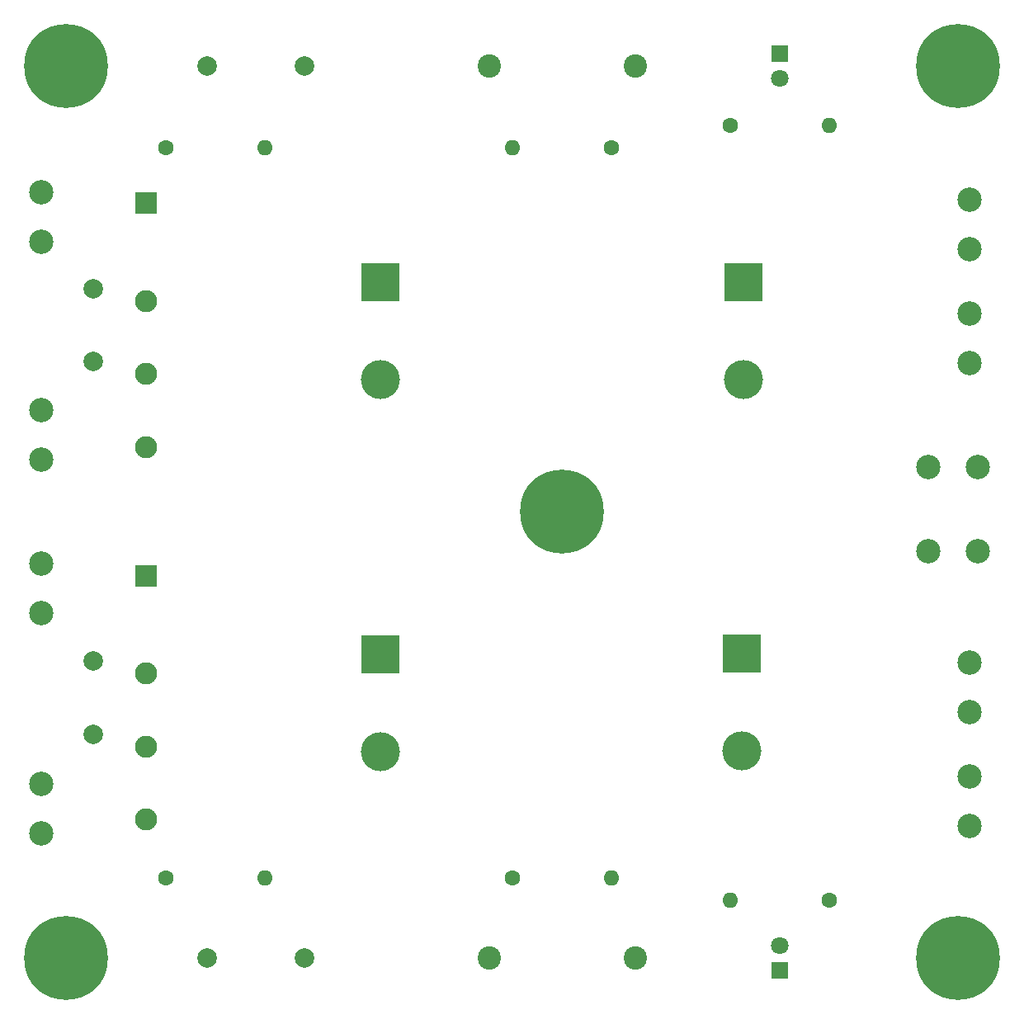
<source format=gbr>
%TF.GenerationSoftware,KiCad,Pcbnew,7.0.6-0*%
%TF.CreationDate,2023-08-21T15:57:04+02:00*%
%TF.ProjectId,Q17-PSU,5131372d-5053-4552-9e6b-696361645f70,1.0*%
%TF.SameCoordinates,Original*%
%TF.FileFunction,Soldermask,Bot*%
%TF.FilePolarity,Negative*%
%FSLAX46Y46*%
G04 Gerber Fmt 4.6, Leading zero omitted, Abs format (unit mm)*
G04 Created by KiCad (PCBNEW 7.0.6-0) date 2023-08-21 15:57:04*
%MOMM*%
%LPD*%
G01*
G04 APERTURE LIST*
%ADD10C,2.000000*%
%ADD11R,2.270000X2.270000*%
%ADD12C,2.270000*%
%ADD13R,4.000000X4.000000*%
%ADD14C,4.000000*%
%ADD15C,2.500000*%
%ADD16C,2.400000*%
%ADD17C,0.900000*%
%ADD18C,8.600000*%
%ADD19C,1.600000*%
%ADD20O,1.600000X1.600000*%
%ADD21R,1.800000X1.800000*%
%ADD22C,1.800000*%
G04 APERTURE END LIST*
D10*
%TO.C,C3*%
X127762000Y-45212000D03*
X117762000Y-45212000D03*
%TD*%
D11*
%TO.C,D2*%
X111506000Y-97557440D03*
D12*
X111506000Y-107557440D03*
X111506000Y-115057440D03*
X111506000Y-122557440D03*
%TD*%
D10*
%TO.C,C2*%
X106046280Y-106307440D03*
X106046280Y-113807440D03*
%TD*%
D13*
%TO.C,C5*%
X135513301Y-67394442D03*
D14*
X135513301Y-77394442D03*
%TD*%
D15*
%TO.C,J1-3*%
X100712280Y-101346000D03*
X100712280Y-96266000D03*
%TD*%
D16*
%TO.C,C9*%
X146683581Y-45212000D03*
X161683581Y-45212000D03*
%TD*%
D15*
%TO.C,J1-4*%
X100712280Y-123952000D03*
X100712280Y-118872000D03*
%TD*%
D17*
%TO.C,#GROUND01*%
X150953000Y-90926419D03*
X151897581Y-88646000D03*
X151897581Y-93206838D03*
X154178000Y-87701419D03*
D18*
X154178000Y-90926419D03*
D17*
X154178000Y-94151419D03*
X156458419Y-88646000D03*
X156458419Y-93206838D03*
X157403000Y-90926419D03*
%TD*%
D15*
%TO.C,J2-2'1*%
X196850000Y-94996000D03*
X191770000Y-94996000D03*
%TD*%
D10*
%TO.C,C1*%
X106046280Y-68074941D03*
X106046280Y-75574941D03*
%TD*%
D15*
%TO.C,J1-1*%
X100712280Y-63246000D03*
X100712280Y-58166000D03*
%TD*%
D17*
%TO.C,REF\u002A\u002A*%
X191569280Y-136729763D03*
X192513861Y-134449344D03*
X192513861Y-139010182D03*
X194794280Y-133504763D03*
D18*
X194794280Y-136729763D03*
D17*
X194794280Y-139954763D03*
X197074699Y-134449344D03*
X197074699Y-139010182D03*
X198019280Y-136729763D03*
%TD*%
D13*
%TO.C,C8*%
X172597301Y-105532941D03*
D14*
X172597301Y-115532941D03*
%TD*%
D19*
%TO.C,R2*%
X113538000Y-128524000D03*
D20*
X123698000Y-128524000D03*
%TD*%
D19*
%TO.C,R4*%
X149103581Y-128524000D03*
D20*
X159263581Y-128524000D03*
%TD*%
D21*
%TO.C,D4*%
X176530000Y-138004763D03*
D22*
X176530000Y-135464763D03*
%TD*%
D15*
%TO.C,J2-1'1*%
X195962280Y-70612000D03*
X195962280Y-75692000D03*
%TD*%
%TO.C,J2-2*%
X196850000Y-86360000D03*
X191770000Y-86360000D03*
%TD*%
%TO.C,J2-3*%
X195962280Y-106426000D03*
X195962280Y-111506000D03*
%TD*%
D10*
%TO.C,C4*%
X127762000Y-136729763D03*
X117762000Y-136729763D03*
%TD*%
D11*
%TO.C,D1*%
X111506000Y-59324941D03*
D12*
X111506000Y-69324941D03*
X111506000Y-76824941D03*
X111506000Y-84324941D03*
%TD*%
D15*
%TO.C,J1-2*%
X100712280Y-85598000D03*
X100712280Y-80518000D03*
%TD*%
D19*
%TO.C,R3*%
X159263581Y-53594000D03*
D20*
X149103581Y-53594000D03*
%TD*%
D17*
%TO.C,REF\u002A\u002A*%
X191569280Y-45238963D03*
X192513861Y-42958544D03*
X192513861Y-47519382D03*
X194794280Y-42013963D03*
D18*
X194794280Y-45238963D03*
D17*
X194794280Y-48463963D03*
X197074699Y-42958544D03*
X197074699Y-47519382D03*
X198019280Y-45238963D03*
%TD*%
D13*
%TO.C,C6*%
X135513301Y-105626941D03*
D14*
X135513301Y-115626941D03*
%TD*%
D16*
%TO.C,C10*%
X161683581Y-136729763D03*
X146683581Y-136729763D03*
%TD*%
D21*
%TO.C,D3*%
X176530000Y-43937000D03*
D22*
X176530000Y-46477000D03*
%TD*%
D17*
%TO.C,REF\u002A\u002A*%
X100084061Y-45233382D03*
X101028642Y-42952963D03*
X101028642Y-47513801D03*
X103309061Y-42008382D03*
D18*
X103309061Y-45233382D03*
D17*
X103309061Y-48458382D03*
X105589480Y-42952963D03*
X105589480Y-47513801D03*
X106534061Y-45233382D03*
%TD*%
D19*
%TO.C,R1*%
X113538000Y-53594000D03*
D20*
X123698000Y-53594000D03*
%TD*%
D15*
%TO.C,J2-1*%
X195962280Y-58928000D03*
X195962280Y-64008000D03*
%TD*%
D19*
%TO.C,R5*%
X171450000Y-51308000D03*
D20*
X181610000Y-51308000D03*
%TD*%
D13*
%TO.C,C7*%
X172800501Y-67432941D03*
D14*
X172800501Y-77432941D03*
%TD*%
D15*
%TO.C,J2-4'1*%
X195962280Y-118110000D03*
X195962280Y-123190000D03*
%TD*%
D17*
%TO.C,REF\u002A\u002A*%
X100078480Y-136729763D03*
X101023061Y-134449344D03*
X101023061Y-139010182D03*
X103303480Y-133504763D03*
D18*
X103303480Y-136729763D03*
D17*
X103303480Y-139954763D03*
X105583899Y-134449344D03*
X105583899Y-139010182D03*
X106528480Y-136729763D03*
%TD*%
D19*
%TO.C,R6*%
X181610000Y-130810000D03*
D20*
X171450000Y-130810000D03*
%TD*%
M02*

</source>
